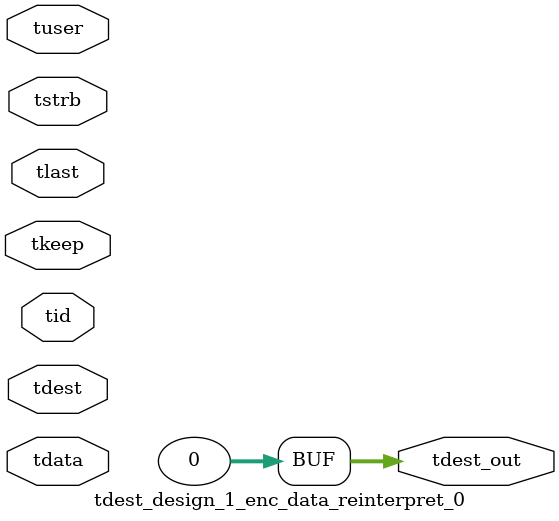
<source format=v>


`timescale 1ps/1ps

module tdest_design_1_enc_data_reinterpret_0 #
(
parameter C_S_AXIS_TDATA_WIDTH = 32,
parameter C_S_AXIS_TUSER_WIDTH = 0,
parameter C_S_AXIS_TID_WIDTH   = 0,
parameter C_S_AXIS_TDEST_WIDTH = 0,
parameter C_M_AXIS_TDEST_WIDTH = 32
)
(
input  [(C_S_AXIS_TDATA_WIDTH == 0 ? 1 : C_S_AXIS_TDATA_WIDTH)-1:0     ] tdata,
input  [(C_S_AXIS_TUSER_WIDTH == 0 ? 1 : C_S_AXIS_TUSER_WIDTH)-1:0     ] tuser,
input  [(C_S_AXIS_TID_WIDTH   == 0 ? 1 : C_S_AXIS_TID_WIDTH)-1:0       ] tid,
input  [(C_S_AXIS_TDEST_WIDTH == 0 ? 1 : C_S_AXIS_TDEST_WIDTH)-1:0     ] tdest,
input  [(C_S_AXIS_TDATA_WIDTH/8)-1:0 ] tkeep,
input  [(C_S_AXIS_TDATA_WIDTH/8)-1:0 ] tstrb,
input                                                                    tlast,
output [C_M_AXIS_TDEST_WIDTH-1:0] tdest_out
);

assign tdest_out = {1'b0};

endmodule


</source>
